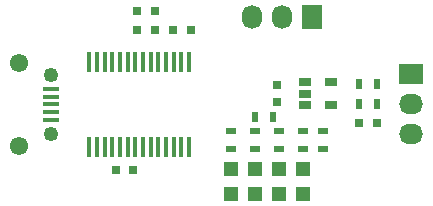
<source format=gts>
G04 #@! TF.FileFunction,Soldermask,Top*
%FSLAX46Y46*%
G04 Gerber Fmt 4.6, Leading zero omitted, Abs format (unit mm)*
G04 Created by KiCad (PCBNEW (2016-07-14 BZR 6980)-product) date Saturday, 16 July 2016 'AMt' 00:09:12*
%MOMM*%
%LPD*%
G01*
G04 APERTURE LIST*
%ADD10C,0.150000*%
%ADD11R,0.800000X0.750000*%
%ADD12R,0.750000X0.800000*%
%ADD13R,1.198880X1.198880*%
%ADD14R,1.727200X2.032000*%
%ADD15O,1.727200X2.032000*%
%ADD16R,1.350000X0.400000*%
%ADD17C,1.250000*%
%ADD18C,1.550000*%
%ADD19R,0.900000X0.500000*%
%ADD20R,0.500000X0.900000*%
%ADD21R,0.450000X1.750000*%
%ADD22R,1.060000X0.650000*%
%ADD23R,2.032000X1.727200*%
%ADD24O,2.032000X1.727200*%
G04 APERTURE END LIST*
D10*
D11*
X165350000Y-82700000D03*
X163850000Y-82700000D03*
X162350000Y-82700000D03*
X160850000Y-82700000D03*
D12*
X172700000Y-87350000D03*
X172700000Y-88850000D03*
D11*
X181100000Y-90600000D03*
X179600000Y-90600000D03*
D13*
X168800000Y-94500000D03*
X168800000Y-96598040D03*
X170800000Y-94500000D03*
X170800000Y-96598040D03*
X172800000Y-94500000D03*
X172800000Y-96598040D03*
D14*
X175640000Y-81600000D03*
D15*
X173100000Y-81600000D03*
X170560000Y-81600000D03*
D16*
X153562540Y-87699100D03*
X153562540Y-88349100D03*
X153562540Y-88999100D03*
X153562540Y-89649100D03*
X153562540Y-90299100D03*
D17*
X153562540Y-86499100D03*
X153562540Y-91499100D03*
D18*
X150862540Y-85499100D03*
X150862540Y-92499100D03*
D19*
X168800000Y-91300000D03*
X168800000Y-92800000D03*
X170800000Y-91300000D03*
X170800000Y-92800000D03*
X172800000Y-91300000D03*
X172800000Y-92800000D03*
X174900000Y-91300000D03*
X174900000Y-92800000D03*
D20*
X181100000Y-89000000D03*
X179600000Y-89000000D03*
X179600000Y-87300000D03*
X181100000Y-87300000D03*
D21*
X156775000Y-92600000D03*
X157425000Y-92600000D03*
X158075000Y-92600000D03*
X158725000Y-92600000D03*
X159375000Y-92600000D03*
X160025000Y-92600000D03*
X160675000Y-92600000D03*
X161325000Y-92600000D03*
X161975000Y-92600000D03*
X162625000Y-92600000D03*
X163275000Y-92600000D03*
X163925000Y-92600000D03*
X164575000Y-92600000D03*
X165225000Y-92600000D03*
X165225000Y-85400000D03*
X164575000Y-85400000D03*
X163925000Y-85400000D03*
X163275000Y-85400000D03*
X162625000Y-85400000D03*
X161975000Y-85400000D03*
X161325000Y-85400000D03*
X160675000Y-85400000D03*
X160025000Y-85400000D03*
X159375000Y-85400000D03*
X158725000Y-85400000D03*
X158075000Y-85400000D03*
X157425000Y-85400000D03*
X156775000Y-85400000D03*
D22*
X175000000Y-87150000D03*
X175000000Y-88100000D03*
X175000000Y-89050000D03*
X177200000Y-89050000D03*
X177200000Y-87150000D03*
D23*
X184000000Y-86460000D03*
D24*
X184000000Y-89000000D03*
X184000000Y-91540000D03*
D13*
X174900000Y-94501960D03*
X174900000Y-96600000D03*
D11*
X159000000Y-94600000D03*
X160500000Y-94600000D03*
X162350000Y-81100000D03*
X160850000Y-81100000D03*
D20*
X172300000Y-90100000D03*
X170800000Y-90100000D03*
D19*
X176600000Y-91300000D03*
X176600000Y-92800000D03*
M02*

</source>
